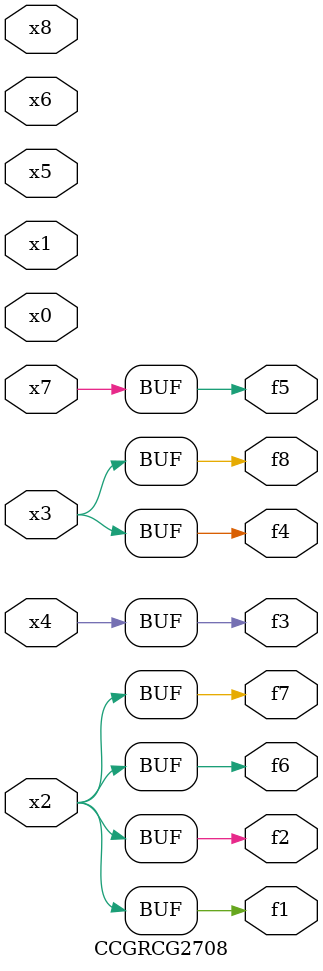
<source format=v>
module CCGRCG2708(
	input x0, x1, x2, x3, x4, x5, x6, x7, x8,
	output f1, f2, f3, f4, f5, f6, f7, f8
);
	assign f1 = x2;
	assign f2 = x2;
	assign f3 = x4;
	assign f4 = x3;
	assign f5 = x7;
	assign f6 = x2;
	assign f7 = x2;
	assign f8 = x3;
endmodule

</source>
